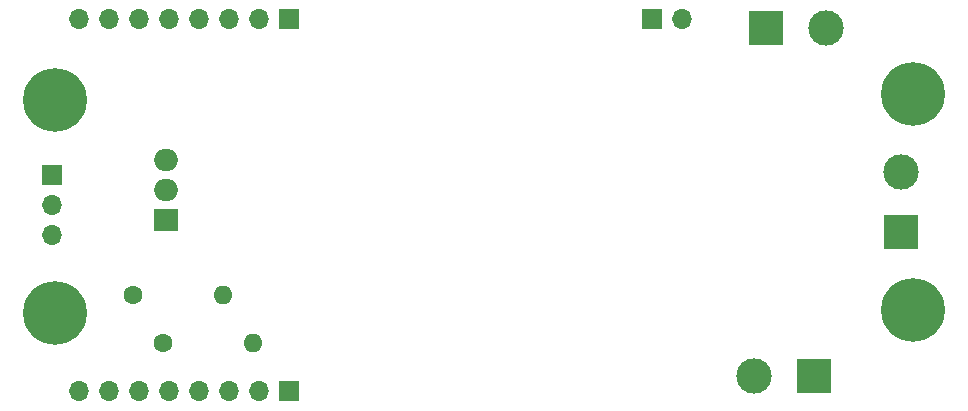
<source format=gbr>
%TF.GenerationSoftware,KiCad,Pcbnew,(5.1.9)-1*%
%TF.CreationDate,2021-11-05T16:41:07+01:00*%
%TF.ProjectId,openmv_breakout,6f70656e-6d76-45f6-9272-65616b6f7574,rev?*%
%TF.SameCoordinates,Original*%
%TF.FileFunction,Soldermask,Top*%
%TF.FilePolarity,Negative*%
%FSLAX46Y46*%
G04 Gerber Fmt 4.6, Leading zero omitted, Abs format (unit mm)*
G04 Created by KiCad (PCBNEW (5.1.9)-1) date 2021-11-05 16:41:07*
%MOMM*%
%LPD*%
G01*
G04 APERTURE LIST*
%ADD10C,5.400000*%
%ADD11O,1.600000X1.600000*%
%ADD12C,1.600000*%
%ADD13O,2.000000X1.905000*%
%ADD14R,2.000000X1.905000*%
%ADD15O,1.700000X1.700000*%
%ADD16R,1.700000X1.700000*%
%ADD17C,3.000000*%
%ADD18R,3.000000X3.000000*%
G04 APERTURE END LIST*
D10*
%TO.C,H4*%
X137160000Y-81026000D03*
%TD*%
%TO.C,H3*%
X137160000Y-62738000D03*
%TD*%
%TO.C,H2*%
X64516000Y-81280000D03*
%TD*%
%TO.C,H1*%
X64516000Y-63246000D03*
%TD*%
D11*
%TO.C,R_mosfet1kohm1*%
X78740000Y-79756000D03*
D12*
X71120000Y-79756000D03*
%TD*%
D11*
%TO.C,R_mosfet1*%
X81280000Y-83820000D03*
D12*
X73660000Y-83820000D03*
%TD*%
D13*
%TO.C,MOSFET1*%
X73914000Y-68326000D03*
X73914000Y-70866000D03*
D14*
X73914000Y-73406000D03*
%TD*%
D15*
%TO.C,Jumper_setup1*%
X117602000Y-56388000D03*
D16*
X115062000Y-56388000D03*
%TD*%
D15*
%TO.C,Juart1*%
X64262000Y-74676000D03*
X64262000Y-72136000D03*
D16*
X64262000Y-69596000D03*
%TD*%
D17*
%TO.C,J_LED_izlaz1*%
X123698000Y-86614000D03*
D18*
X128778000Y-86614000D03*
%TD*%
D17*
%TO.C,J_LED12V1*%
X136144000Y-69342000D03*
D18*
X136144000Y-74422000D03*
%TD*%
D15*
%TO.C,J2*%
X66548000Y-56388000D03*
X69088000Y-56388000D03*
X71628000Y-56388000D03*
X74168000Y-56388000D03*
X76708000Y-56388000D03*
X79248000Y-56388000D03*
X81788000Y-56388000D03*
D16*
X84328000Y-56388000D03*
%TD*%
D15*
%TO.C,J1*%
X66548000Y-87884000D03*
X69088000Y-87884000D03*
X71628000Y-87884000D03*
X74168000Y-87884000D03*
X76708000Y-87884000D03*
X79248000Y-87884000D03*
X81788000Y-87884000D03*
D16*
X84328000Y-87884000D03*
%TD*%
D17*
%TO.C,inpput_5v1*%
X129794000Y-57150000D03*
D18*
X124714000Y-57150000D03*
%TD*%
M02*

</source>
